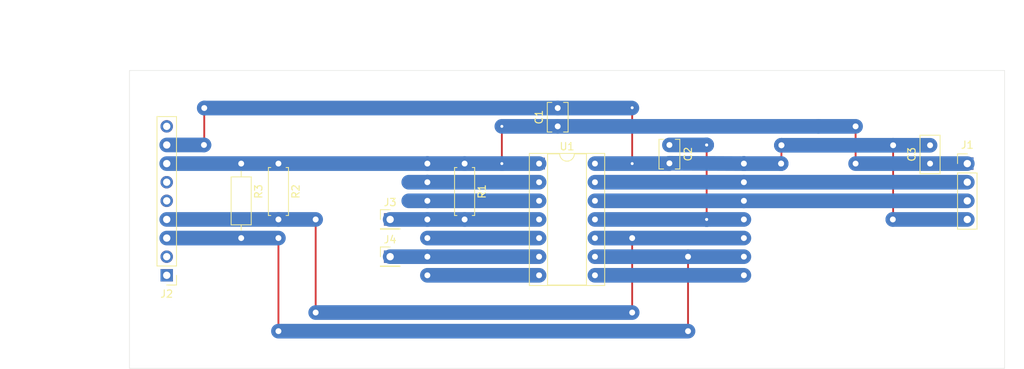
<source format=kicad_pcb>
(kicad_pcb (version 20171130) (host pcbnew 5.1.5+dfsg1-2build2)

  (general
    (thickness 1.6)
    (drawings 60)
    (tracks 125)
    (zones 0)
    (modules 11)
    (nets 10)
  )

  (page A4)
  (title_block
    (title "Atari 2600 Memory Card (SaveKey compatible) USB Interface")
    (date 2022-11-22)
    (rev 1.1.0)
    (company JiggleSoft)
    (comment 1 "Copyright (C) 2022 Justin Lane")
    (comment 3 "DIY / Development Stripboard PCB")
  )

  (layers
    (0 F.Cu signal)
    (31 B.Cu signal)
    (32 B.Adhes user)
    (33 F.Adhes user)
    (34 B.Paste user)
    (35 F.Paste user)
    (36 B.SilkS user)
    (37 F.SilkS user)
    (38 B.Mask user)
    (39 F.Mask user)
    (40 Dwgs.User user)
    (41 Cmts.User user)
    (42 Eco1.User user)
    (43 Eco2.User user)
    (44 Edge.Cuts user)
    (45 Margin user)
    (46 B.CrtYd user)
    (47 F.CrtYd user)
    (48 B.Fab user hide)
    (49 F.Fab user hide)
  )

  (setup
    (last_trace_width 0.25)
    (user_trace_width 2)
    (trace_clearance 0.2)
    (zone_clearance 0.508)
    (zone_45_only yes)
    (trace_min 0.2)
    (via_size 0.8)
    (via_drill 0.4)
    (via_min_size 0.4)
    (via_min_drill 0.3)
    (user_via 0.8001 0.8)
    (uvia_size 0.3)
    (uvia_drill 0.1)
    (uvias_allowed no)
    (uvia_min_size 0.2)
    (uvia_min_drill 0.1)
    (edge_width 0.05)
    (segment_width 0.2)
    (pcb_text_width 0.3)
    (pcb_text_size 1.5 1.5)
    (mod_edge_width 0.12)
    (mod_text_size 1 1)
    (mod_text_width 0.15)
    (pad_size 1.524 1.524)
    (pad_drill 0.762)
    (pad_to_mask_clearance 0.051)
    (solder_mask_min_width 0.25)
    (aux_axis_origin 0 0)
    (visible_elements FFFFFF7F)
    (pcbplotparams
      (layerselection 0x313ff_ffffffff)
      (usegerberextensions false)
      (usegerberattributes false)
      (usegerberadvancedattributes false)
      (creategerberjobfile false)
      (excludeedgelayer true)
      (linewidth 0.100000)
      (plotframeref true)
      (viasonmask false)
      (mode 1)
      (useauxorigin false)
      (hpglpennumber 1)
      (hpglpenspeed 20)
      (hpglpendiameter 15.000000)
      (psnegative false)
      (psa4output false)
      (plotreference true)
      (plotvalue true)
      (plotinvisibletext false)
      (padsonsilk false)
      (subtractmaskfromsilk false)
      (outputformat 4)
      (mirror false)
      (drillshape 0)
      (scaleselection 1)
      (outputdirectory "./"))
  )

  (net 0 "")
  (net 1 "Net-(C2-Pad1)")
  (net 2 /MCU_VDD)
  (net 3 GNDPWR)
  (net 4 /USB_D+)
  (net 5 /USB_D-)
  (net 6 /MEM_SDA)
  (net 7 /MEM_SCL)
  (net 8 "Net-(J3-Pad1)")
  (net 9 "Net-(J4-Pad1)")

  (net_class Default "This is the default net class."
    (clearance 0.2)
    (trace_width 0.25)
    (via_dia 0.8)
    (via_drill 0.4)
    (uvia_dia 0.3)
    (uvia_drill 0.1)
    (add_net /MCU_VDD)
    (add_net /MEM_SCL)
    (add_net /MEM_SDA)
    (add_net /USB_D+)
    (add_net /USB_D-)
    (add_net GNDPWR)
    (add_net "Net-(C2-Pad1)")
    (add_net "Net-(J3-Pad1)")
    (add_net "Net-(J4-Pad1)")
  )

  (module Connector_PinHeader_2.54mm:PinHeader_1x09_P2.54mm_Vertical (layer F.Cu) (tedit 59FED5CC) (tstamp 637D3324)
    (at 50.8 -340.36 180)
    (descr "Through hole straight pin header, 1x09, 2.54mm pitch, single row")
    (tags "Through hole pin header THT 1x09 2.54mm single row")
    (path /63701C57)
    (fp_text reference J2 (at 0 -2.54) (layer F.SilkS)
      (effects (font (size 1 1) (thickness 0.15)))
    )
    (fp_text value DB9_Male (at 0 16.69) (layer F.Fab)
      (effects (font (size 1 1) (thickness 0.15)))
    )
    (fp_text user %R (at 0 3.39) (layer F.Fab)
      (effects (font (size 1 1) (thickness 0.15)))
    )
    (fp_line (start 1.8 -1.8) (end -1.8 -1.8) (layer F.CrtYd) (width 0.05))
    (fp_line (start 1.8 22.1) (end 1.8 -1.8) (layer F.CrtYd) (width 0.05))
    (fp_line (start -1.8 22.1) (end 1.8 22.1) (layer F.CrtYd) (width 0.05))
    (fp_line (start -1.8 -1.8) (end -1.8 22.1) (layer F.CrtYd) (width 0.05))
    (fp_line (start -1.33 -1.33) (end 0 -1.33) (layer F.SilkS) (width 0.12))
    (fp_line (start -1.33 0) (end -1.33 -1.33) (layer F.SilkS) (width 0.12))
    (fp_line (start -1.33 1.27) (end 1.33 1.27) (layer F.SilkS) (width 0.12))
    (fp_line (start 1.33 1.27) (end 1.33 21.65) (layer F.SilkS) (width 0.12))
    (fp_line (start -1.33 1.27) (end -1.33 21.65) (layer F.SilkS) (width 0.12))
    (fp_line (start -1.33 21.65) (end 1.33 21.65) (layer F.SilkS) (width 0.12))
    (fp_line (start -1.27 -0.635) (end -0.635 -1.27) (layer F.Fab) (width 0.1))
    (fp_line (start -1.27 21.59) (end -1.27 -0.635) (layer F.Fab) (width 0.1))
    (fp_line (start 1.27 21.59) (end -1.27 21.59) (layer F.Fab) (width 0.1))
    (fp_line (start 1.27 -1.27) (end 1.27 21.59) (layer F.Fab) (width 0.1))
    (fp_line (start -0.635 -1.27) (end 1.27 -1.27) (layer F.Fab) (width 0.1))
    (fp_text user "PCB edge" (at -10.425 1.323333) (layer Dwgs.User)
      (effects (font (size 0.5 0.5) (thickness 0.075)))
    )
    (pad 9 thru_hole oval (at 0 20.32 180) (size 1.7 1.7) (drill 1) (layers *.Cu *.Mask))
    (pad 8 thru_hole oval (at 0 17.78 180) (size 1.7 1.7) (drill 1) (layers *.Cu *.Mask)
      (net 3 GNDPWR))
    (pad 7 thru_hole oval (at 0 15.24 180) (size 1.7 1.7) (drill 1) (layers *.Cu *.Mask)
      (net 2 /MCU_VDD))
    (pad 6 thru_hole oval (at 0 12.7 180) (size 1.7 1.7) (drill 1) (layers *.Cu *.Mask))
    (pad 5 thru_hole oval (at 0 10.16 180) (size 1.7 1.7) (drill 1) (layers *.Cu *.Mask))
    (pad 4 thru_hole oval (at 0 7.62 180) (size 1.7 1.7) (drill 1) (layers *.Cu *.Mask)
      (net 7 /MEM_SCL))
    (pad 3 thru_hole oval (at 0 5.08 180) (size 1.7 1.7) (drill 1) (layers *.Cu *.Mask)
      (net 6 /MEM_SDA))
    (pad 2 thru_hole oval (at 0 2.54 180) (size 1.7 1.7) (drill 1) (layers *.Cu *.Mask))
    (pad 1 thru_hole rect (at 0 0 180) (size 1.7 1.7) (drill 1) (layers *.Cu *.Mask))
    (model ${KISYS3DMOD}/Connector_PinHeader_2.54mm.3dshapes/PinHeader_1x09_P2.54mm_Vertical.wrl
      (at (xyz 0 0 0))
      (scale (xyz 1 1 1))
      (rotate (xyz 0 0 0))
    )
  )

  (module Resistor_THT:R_Axial_DIN0207_L6.3mm_D2.5mm_P10.16mm_Horizontal (layer F.Cu) (tedit 5AE5139B) (tstamp 637D786A)
    (at 60.96 -355.6 270)
    (descr "Resistor, Axial_DIN0207 series, Axial, Horizontal, pin pitch=10.16mm, 0.25W = 1/4W, length*diameter=6.3*2.5mm^2, http://cdn-reichelt.de/documents/datenblatt/B400/1_4W%23YAG.pdf")
    (tags "Resistor Axial_DIN0207 series Axial Horizontal pin pitch 10.16mm 0.25W = 1/4W length 6.3mm diameter 2.5mm")
    (path /63781F6E)
    (fp_text reference R3 (at 3.81 -2.37 90) (layer F.SilkS)
      (effects (font (size 1 1) (thickness 0.15)))
    )
    (fp_text value 10K (at 3.81 2.37 90) (layer F.Fab)
      (effects (font (size 1 1) (thickness 0.15)))
    )
    (fp_text user %R (at 3.81 0 90) (layer F.Fab)
      (effects (font (size 1 1) (thickness 0.15)))
    )
    (fp_line (start 11.21 -1.5) (end -1.05 -1.5) (layer F.CrtYd) (width 0.05))
    (fp_line (start 11.21 1.5) (end 11.21 -1.5) (layer F.CrtYd) (width 0.05))
    (fp_line (start -1.05 1.5) (end 11.21 1.5) (layer F.CrtYd) (width 0.05))
    (fp_line (start -1.05 -1.5) (end -1.05 1.5) (layer F.CrtYd) (width 0.05))
    (fp_line (start 9.12 0) (end 8.35 0) (layer F.SilkS) (width 0.12))
    (fp_line (start 1.04 0) (end 1.81 0) (layer F.SilkS) (width 0.12))
    (fp_line (start 8.35 -1.37) (end 1.81 -1.37) (layer F.SilkS) (width 0.12))
    (fp_line (start 8.35 1.37) (end 8.35 -1.37) (layer F.SilkS) (width 0.12))
    (fp_line (start 1.81 1.37) (end 8.35 1.37) (layer F.SilkS) (width 0.12))
    (fp_line (start 1.81 -1.37) (end 1.81 1.37) (layer F.SilkS) (width 0.12))
    (fp_line (start 10.16 0) (end 8.23 0) (layer F.Fab) (width 0.1))
    (fp_line (start 0 0) (end 1.93 0) (layer F.Fab) (width 0.1))
    (fp_line (start 8.23 -1.25) (end 1.93 -1.25) (layer F.Fab) (width 0.1))
    (fp_line (start 8.23 1.25) (end 8.23 -1.25) (layer F.Fab) (width 0.1))
    (fp_line (start 1.93 1.25) (end 8.23 1.25) (layer F.Fab) (width 0.1))
    (fp_line (start 1.93 -1.25) (end 1.93 1.25) (layer F.Fab) (width 0.1))
    (pad 2 thru_hole oval (at 10.16 0 270) (size 1.6 1.6) (drill 0.8) (layers *.Cu *.Mask)
      (net 6 /MEM_SDA))
    (pad 1 thru_hole circle (at 0 0 270) (size 1.6 1.6) (drill 0.8) (layers *.Cu *.Mask)
      (net 2 /MCU_VDD))
    (model ${KISYS3DMOD}/Resistor_THT.3dshapes/R_Axial_DIN0207_L6.3mm_D2.5mm_P10.16mm_Horizontal.wrl
      (at (xyz 0 0 0))
      (scale (xyz 1 1 1))
      (rotate (xyz 0 0 0))
    )
  )

  (module Resistor_THT:R_Axial_DIN0207_L6.3mm_D2.5mm_P7.62mm_Horizontal (layer F.Cu) (tedit 5AE5139B) (tstamp 637D7739)
    (at 66.04 -355.6 270)
    (descr "Resistor, Axial_DIN0207 series, Axial, Horizontal, pin pitch=7.62mm, 0.25W = 1/4W, length*diameter=6.3*2.5mm^2, http://cdn-reichelt.de/documents/datenblatt/B400/1_4W%23YAG.pdf")
    (tags "Resistor Axial_DIN0207 series Axial Horizontal pin pitch 7.62mm 0.25W = 1/4W length 6.3mm diameter 2.5mm")
    (path /63780190)
    (fp_text reference R2 (at 3.81 -2.37 90) (layer F.SilkS)
      (effects (font (size 1 1) (thickness 0.15)))
    )
    (fp_text value 10K (at 3.81 2.37 90) (layer F.Fab)
      (effects (font (size 1 1) (thickness 0.15)))
    )
    (fp_text user %R (at 3.81 0 90) (layer F.Fab)
      (effects (font (size 1 1) (thickness 0.15)))
    )
    (fp_line (start 8.67 -1.5) (end -1.05 -1.5) (layer F.CrtYd) (width 0.05))
    (fp_line (start 8.67 1.5) (end 8.67 -1.5) (layer F.CrtYd) (width 0.05))
    (fp_line (start -1.05 1.5) (end 8.67 1.5) (layer F.CrtYd) (width 0.05))
    (fp_line (start -1.05 -1.5) (end -1.05 1.5) (layer F.CrtYd) (width 0.05))
    (fp_line (start 7.08 1.37) (end 7.08 1.04) (layer F.SilkS) (width 0.12))
    (fp_line (start 0.54 1.37) (end 7.08 1.37) (layer F.SilkS) (width 0.12))
    (fp_line (start 0.54 1.04) (end 0.54 1.37) (layer F.SilkS) (width 0.12))
    (fp_line (start 7.08 -1.37) (end 7.08 -1.04) (layer F.SilkS) (width 0.12))
    (fp_line (start 0.54 -1.37) (end 7.08 -1.37) (layer F.SilkS) (width 0.12))
    (fp_line (start 0.54 -1.04) (end 0.54 -1.37) (layer F.SilkS) (width 0.12))
    (fp_line (start 7.62 0) (end 6.96 0) (layer F.Fab) (width 0.1))
    (fp_line (start 0 0) (end 0.66 0) (layer F.Fab) (width 0.1))
    (fp_line (start 6.96 -1.25) (end 0.66 -1.25) (layer F.Fab) (width 0.1))
    (fp_line (start 6.96 1.25) (end 6.96 -1.25) (layer F.Fab) (width 0.1))
    (fp_line (start 0.66 1.25) (end 6.96 1.25) (layer F.Fab) (width 0.1))
    (fp_line (start 0.66 -1.25) (end 0.66 1.25) (layer F.Fab) (width 0.1))
    (pad 2 thru_hole oval (at 7.62 0 270) (size 1.6 1.6) (drill 0.8) (layers *.Cu *.Mask)
      (net 7 /MEM_SCL))
    (pad 1 thru_hole circle (at 0 0 270) (size 1.6 1.6) (drill 0.8) (layers *.Cu *.Mask)
      (net 2 /MCU_VDD))
    (model ${KISYS3DMOD}/Resistor_THT.3dshapes/R_Axial_DIN0207_L6.3mm_D2.5mm_P7.62mm_Horizontal.wrl
      (at (xyz 0 0 0))
      (scale (xyz 1 1 1))
      (rotate (xyz 0 0 0))
    )
  )

  (module Connector_PinHeader_2.54mm:PinHeader_1x04_P2.54mm_Vertical (layer F.Cu) (tedit 59FED5CC) (tstamp 637D081D)
    (at 160.02 -355.6)
    (descr "Through hole straight pin header, 1x04, 2.54mm pitch, single row")
    (tags "Through hole pin header THT 1x04 2.54mm single row")
    (path /636FFEAA)
    (fp_text reference J1 (at 0 -2.54) (layer F.SilkS)
      (effects (font (size 1 1) (thickness 0.15)))
    )
    (fp_text value USB_B (at 6.76 10.27) (layer F.Fab)
      (effects (font (size 1 1) (thickness 0.15)))
    )
    (fp_text user %R (at 6.76 1.25) (layer F.Fab)
      (effects (font (size 1 1) (thickness 0.15)))
    )
    (fp_line (start 1.8 -1.8) (end -1.8 -1.8) (layer F.CrtYd) (width 0.05))
    (fp_line (start 1.8 9.4) (end 1.8 -1.8) (layer F.CrtYd) (width 0.05))
    (fp_line (start -1.8 9.4) (end 1.8 9.4) (layer F.CrtYd) (width 0.05))
    (fp_line (start -1.8 -1.8) (end -1.8 9.4) (layer F.CrtYd) (width 0.05))
    (fp_line (start -1.33 -1.33) (end 0 -1.33) (layer F.SilkS) (width 0.12))
    (fp_line (start -1.33 0) (end -1.33 -1.33) (layer F.SilkS) (width 0.12))
    (fp_line (start -1.33 1.27) (end 1.33 1.27) (layer F.SilkS) (width 0.12))
    (fp_line (start 1.33 1.27) (end 1.33 8.95) (layer F.SilkS) (width 0.12))
    (fp_line (start -1.33 1.27) (end -1.33 8.95) (layer F.SilkS) (width 0.12))
    (fp_line (start -1.33 8.95) (end 1.33 8.95) (layer F.SilkS) (width 0.12))
    (fp_line (start -1.27 -0.635) (end -0.635 -1.27) (layer F.Fab) (width 0.1))
    (fp_line (start -1.27 8.89) (end -1.27 -0.635) (layer F.Fab) (width 0.1))
    (fp_line (start 1.27 8.89) (end -1.27 8.89) (layer F.Fab) (width 0.1))
    (fp_line (start 1.27 -1.27) (end 1.27 8.89) (layer F.Fab) (width 0.1))
    (fp_line (start -0.635 -1.27) (end 1.27 -1.27) (layer F.Fab) (width 0.1))
    (pad 4 thru_hole oval (at 0 7.62) (size 1.7 1.7) (drill 1) (layers *.Cu *.Mask)
      (net 3 GNDPWR))
    (pad 3 thru_hole oval (at 0 5.08) (size 1.7 1.7) (drill 1) (layers *.Cu *.Mask)
      (net 5 /USB_D-))
    (pad 2 thru_hole oval (at 0 2.54) (size 1.7 1.7) (drill 1) (layers *.Cu *.Mask)
      (net 4 /USB_D+))
    (pad 1 thru_hole rect (at 0 0) (size 1.7 1.7) (drill 1) (layers *.Cu *.Mask)
      (net 2 /MCU_VDD))
    (model ${KISYS3DMOD}/Connector_PinHeader_2.54mm.3dshapes/PinHeader_1x04_P2.54mm_Vertical.wrl
      (at (xyz 0 0 0))
      (scale (xyz 1 1 1))
      (rotate (xyz 0 0 0))
    )
  )

  (module Capacitor_THT:C_Disc_D3.8mm_W2.6mm_P2.50mm (layer F.Cu) (tedit 5AE50EF0) (tstamp 637D0956)
    (at 104.14 -360.68 90)
    (descr "C, Disc series, Radial, pin pitch=2.50mm, , diameter*width=3.8*2.6mm^2, Capacitor, http://www.vishay.com/docs/45233/krseries.pdf")
    (tags "C Disc series Radial pin pitch 2.50mm  diameter 3.8mm width 2.6mm Capacitor")
    (path /636D520A)
    (fp_text reference C1 (at 1.25 -2.55 90) (layer F.SilkS)
      (effects (font (size 1 1) (thickness 0.15)))
    )
    (fp_text value 100nF (at 1.25 2.55 90) (layer F.Fab)
      (effects (font (size 1 1) (thickness 0.15)))
    )
    (fp_line (start -0.65 -1.3) (end -0.65 1.3) (layer F.Fab) (width 0.1))
    (fp_line (start -0.65 1.3) (end 3.15 1.3) (layer F.Fab) (width 0.1))
    (fp_line (start 3.15 1.3) (end 3.15 -1.3) (layer F.Fab) (width 0.1))
    (fp_line (start 3.15 -1.3) (end -0.65 -1.3) (layer F.Fab) (width 0.1))
    (fp_line (start -0.77 -1.42) (end 3.27 -1.42) (layer F.SilkS) (width 0.12))
    (fp_line (start -0.77 1.42) (end 3.27 1.42) (layer F.SilkS) (width 0.12))
    (fp_line (start -0.77 -1.42) (end -0.77 -0.795) (layer F.SilkS) (width 0.12))
    (fp_line (start -0.77 0.795) (end -0.77 1.42) (layer F.SilkS) (width 0.12))
    (fp_line (start 3.27 -1.42) (end 3.27 -0.795) (layer F.SilkS) (width 0.12))
    (fp_line (start 3.27 0.795) (end 3.27 1.42) (layer F.SilkS) (width 0.12))
    (fp_line (start -1.05 -1.55) (end -1.05 1.55) (layer F.CrtYd) (width 0.05))
    (fp_line (start -1.05 1.55) (end 3.55 1.55) (layer F.CrtYd) (width 0.05))
    (fp_line (start 3.55 1.55) (end 3.55 -1.55) (layer F.CrtYd) (width 0.05))
    (fp_line (start 3.55 -1.55) (end -1.05 -1.55) (layer F.CrtYd) (width 0.05))
    (fp_text user %R (at 1.25 0 90) (layer F.Fab)
      (effects (font (size 0.76 0.76) (thickness 0.114)))
    )
    (pad 1 thru_hole circle (at 0 0 90) (size 1.6 1.6) (drill 0.8) (layers *.Cu *.Mask)
      (net 2 /MCU_VDD))
    (pad 2 thru_hole circle (at 2.5 0 90) (size 1.6 1.6) (drill 0.8) (layers *.Cu *.Mask)
      (net 3 GNDPWR))
    (model ${KISYS3DMOD}/Capacitor_THT.3dshapes/C_Disc_D3.8mm_W2.6mm_P2.50mm.wrl
      (at (xyz 0 0 0))
      (scale (xyz 1 1 1))
      (rotate (xyz 0 0 0))
    )
  )

  (module Capacitor_THT:C_Disc_D3.8mm_W2.6mm_P2.50mm (layer F.Cu) (tedit 5AE50EF0) (tstamp 637D0636)
    (at 119.38 -358.14 270)
    (descr "C, Disc series, Radial, pin pitch=2.50mm, , diameter*width=3.8*2.6mm^2, Capacitor, http://www.vishay.com/docs/45233/krseries.pdf")
    (tags "C Disc series Radial pin pitch 2.50mm  diameter 3.8mm width 2.6mm Capacitor")
    (path /636F5C6B)
    (fp_text reference C2 (at 1.25 -2.55 90) (layer F.SilkS)
      (effects (font (size 1 1) (thickness 0.15)))
    )
    (fp_text value 470nF (at 1.25 2.55 90) (layer F.Fab)
      (effects (font (size 1 1) (thickness 0.15)))
    )
    (fp_text user %R (at 1.25 0 90) (layer F.Fab)
      (effects (font (size 0.76 0.76) (thickness 0.114)))
    )
    (fp_line (start 3.55 -1.55) (end -1.05 -1.55) (layer F.CrtYd) (width 0.05))
    (fp_line (start 3.55 1.55) (end 3.55 -1.55) (layer F.CrtYd) (width 0.05))
    (fp_line (start -1.05 1.55) (end 3.55 1.55) (layer F.CrtYd) (width 0.05))
    (fp_line (start -1.05 -1.55) (end -1.05 1.55) (layer F.CrtYd) (width 0.05))
    (fp_line (start 3.27 0.795) (end 3.27 1.42) (layer F.SilkS) (width 0.12))
    (fp_line (start 3.27 -1.42) (end 3.27 -0.795) (layer F.SilkS) (width 0.12))
    (fp_line (start -0.77 0.795) (end -0.77 1.42) (layer F.SilkS) (width 0.12))
    (fp_line (start -0.77 -1.42) (end -0.77 -0.795) (layer F.SilkS) (width 0.12))
    (fp_line (start -0.77 1.42) (end 3.27 1.42) (layer F.SilkS) (width 0.12))
    (fp_line (start -0.77 -1.42) (end 3.27 -1.42) (layer F.SilkS) (width 0.12))
    (fp_line (start 3.15 -1.3) (end -0.65 -1.3) (layer F.Fab) (width 0.1))
    (fp_line (start 3.15 1.3) (end 3.15 -1.3) (layer F.Fab) (width 0.1))
    (fp_line (start -0.65 1.3) (end 3.15 1.3) (layer F.Fab) (width 0.1))
    (fp_line (start -0.65 -1.3) (end -0.65 1.3) (layer F.Fab) (width 0.1))
    (pad 2 thru_hole circle (at 2.5 0 270) (size 1.6 1.6) (drill 0.8) (layers *.Cu *.Mask)
      (net 3 GNDPWR))
    (pad 1 thru_hole circle (at 0 0 270) (size 1.6 1.6) (drill 0.8) (layers *.Cu *.Mask)
      (net 1 "Net-(C2-Pad1)"))
    (model ${KISYS3DMOD}/Capacitor_THT.3dshapes/C_Disc_D3.8mm_W2.6mm_P2.50mm.wrl
      (at (xyz 0 0 0))
      (scale (xyz 1 1 1))
      (rotate (xyz 0 0 0))
    )
  )

  (module Capacitor_THT:C_Disc_D5.0mm_W2.5mm_P2.50mm (layer F.Cu) (tedit 5AE50EF0) (tstamp 637D08E2)
    (at 154.94 -355.6 90)
    (descr "C, Disc series, Radial, pin pitch=2.50mm, , diameter*width=5*2.5mm^2, Capacitor, http://cdn-reichelt.de/documents/datenblatt/B300/DS_KERKO_TC.pdf")
    (tags "C Disc series Radial pin pitch 2.50mm  diameter 5mm width 2.5mm Capacitor")
    (path /636EB278)
    (fp_text reference C3 (at 1.25 -2.5 90) (layer F.SilkS)
      (effects (font (size 1 1) (thickness 0.15)))
    )
    (fp_text value 1uF (at 1.25 2.5 90) (layer F.Fab)
      (effects (font (size 1 1) (thickness 0.15)))
    )
    (fp_line (start -1.25 -1.25) (end -1.25 1.25) (layer F.Fab) (width 0.1))
    (fp_line (start -1.25 1.25) (end 3.75 1.25) (layer F.Fab) (width 0.1))
    (fp_line (start 3.75 1.25) (end 3.75 -1.25) (layer F.Fab) (width 0.1))
    (fp_line (start 3.75 -1.25) (end -1.25 -1.25) (layer F.Fab) (width 0.1))
    (fp_line (start -1.37 -1.37) (end 3.87 -1.37) (layer F.SilkS) (width 0.12))
    (fp_line (start -1.37 1.37) (end 3.87 1.37) (layer F.SilkS) (width 0.12))
    (fp_line (start -1.37 -1.37) (end -1.37 1.37) (layer F.SilkS) (width 0.12))
    (fp_line (start 3.87 -1.37) (end 3.87 1.37) (layer F.SilkS) (width 0.12))
    (fp_line (start -1.5 -1.5) (end -1.5 1.5) (layer F.CrtYd) (width 0.05))
    (fp_line (start -1.5 1.5) (end 4 1.5) (layer F.CrtYd) (width 0.05))
    (fp_line (start 4 1.5) (end 4 -1.5) (layer F.CrtYd) (width 0.05))
    (fp_line (start 4 -1.5) (end -1.5 -1.5) (layer F.CrtYd) (width 0.05))
    (fp_text user %R (at 1.25 0 90) (layer F.Fab)
      (effects (font (size 1 1) (thickness 0.15)))
    )
    (pad 1 thru_hole circle (at 0 0 90) (size 1.6 1.6) (drill 0.8) (layers *.Cu *.Mask)
      (net 2 /MCU_VDD))
    (pad 2 thru_hole circle (at 2.5 0 90) (size 1.6 1.6) (drill 0.8) (layers *.Cu *.Mask)
      (net 3 GNDPWR))
    (model ${KISYS3DMOD}/Capacitor_THT.3dshapes/C_Disc_D5.0mm_W2.5mm_P2.50mm.wrl
      (at (xyz 0 0 0))
      (scale (xyz 1 1 1))
      (rotate (xyz 0 0 0))
    )
  )

  (module Connector_PinHeader_2.54mm:PinHeader_1x01_P2.54mm_Vertical (layer F.Cu) (tedit 59FED5CC) (tstamp 637D0683)
    (at 81.28 -347.98)
    (descr "Through hole straight pin header, 1x01, 2.54mm pitch, single row")
    (tags "Through hole pin header THT 1x01 2.54mm single row")
    (path /63724E85)
    (fp_text reference J3 (at 0 -2.33) (layer F.SilkS)
      (effects (font (size 1 1) (thickness 0.15)))
    )
    (fp_text value CONN_MCU_VPP (at 0 2.33) (layer F.Fab)
      (effects (font (size 1 1) (thickness 0.15)))
    )
    (fp_line (start -0.635 -1.27) (end 1.27 -1.27) (layer F.Fab) (width 0.1))
    (fp_line (start 1.27 -1.27) (end 1.27 1.27) (layer F.Fab) (width 0.1))
    (fp_line (start 1.27 1.27) (end -1.27 1.27) (layer F.Fab) (width 0.1))
    (fp_line (start -1.27 1.27) (end -1.27 -0.635) (layer F.Fab) (width 0.1))
    (fp_line (start -1.27 -0.635) (end -0.635 -1.27) (layer F.Fab) (width 0.1))
    (fp_line (start -1.33 1.33) (end 1.33 1.33) (layer F.SilkS) (width 0.12))
    (fp_line (start -1.33 1.27) (end -1.33 1.33) (layer F.SilkS) (width 0.12))
    (fp_line (start 1.33 1.27) (end 1.33 1.33) (layer F.SilkS) (width 0.12))
    (fp_line (start -1.33 1.27) (end 1.33 1.27) (layer F.SilkS) (width 0.12))
    (fp_line (start -1.33 0) (end -1.33 -1.33) (layer F.SilkS) (width 0.12))
    (fp_line (start -1.33 -1.33) (end 0 -1.33) (layer F.SilkS) (width 0.12))
    (fp_line (start -1.8 -1.8) (end -1.8 1.8) (layer F.CrtYd) (width 0.05))
    (fp_line (start -1.8 1.8) (end 1.8 1.8) (layer F.CrtYd) (width 0.05))
    (fp_line (start 1.8 1.8) (end 1.8 -1.8) (layer F.CrtYd) (width 0.05))
    (fp_line (start 1.8 -1.8) (end -1.8 -1.8) (layer F.CrtYd) (width 0.05))
    (fp_text user %R (at 0 0 90) (layer F.Fab)
      (effects (font (size 1 1) (thickness 0.15)))
    )
    (pad 1 thru_hole rect (at 0 0) (size 1.7 1.7) (drill 1) (layers *.Cu *.Mask)
      (net 8 "Net-(J3-Pad1)"))
    (model ${KISYS3DMOD}/Connector_PinHeader_2.54mm.3dshapes/PinHeader_1x01_P2.54mm_Vertical.wrl
      (at (xyz 0 0 0))
      (scale (xyz 1 1 1))
      (rotate (xyz 0 0 0))
    )
  )

  (module Connector_PinHeader_2.54mm:PinHeader_1x01_P2.54mm_Vertical (layer F.Cu) (tedit 59FED5CC) (tstamp 637D0647)
    (at 81.28 -342.9)
    (descr "Through hole straight pin header, 1x01, 2.54mm pitch, single row")
    (tags "Through hole pin header THT 1x01 2.54mm single row")
    (path /63728760)
    (fp_text reference J4 (at 0 -2.33) (layer F.SilkS)
      (effects (font (size 1 1) (thickness 0.15)))
    )
    (fp_text value CONN_MCU_LOG (at 0 2.33) (layer F.Fab)
      (effects (font (size 1 1) (thickness 0.15)))
    )
    (fp_text user %R (at 0 0 90) (layer F.Fab)
      (effects (font (size 1 1) (thickness 0.15)))
    )
    (fp_line (start 1.8 -1.8) (end -1.8 -1.8) (layer F.CrtYd) (width 0.05))
    (fp_line (start 1.8 1.8) (end 1.8 -1.8) (layer F.CrtYd) (width 0.05))
    (fp_line (start -1.8 1.8) (end 1.8 1.8) (layer F.CrtYd) (width 0.05))
    (fp_line (start -1.8 -1.8) (end -1.8 1.8) (layer F.CrtYd) (width 0.05))
    (fp_line (start -1.33 -1.33) (end 0 -1.33) (layer F.SilkS) (width 0.12))
    (fp_line (start -1.33 0) (end -1.33 -1.33) (layer F.SilkS) (width 0.12))
    (fp_line (start -1.33 1.27) (end 1.33 1.27) (layer F.SilkS) (width 0.12))
    (fp_line (start 1.33 1.27) (end 1.33 1.33) (layer F.SilkS) (width 0.12))
    (fp_line (start -1.33 1.27) (end -1.33 1.33) (layer F.SilkS) (width 0.12))
    (fp_line (start -1.33 1.33) (end 1.33 1.33) (layer F.SilkS) (width 0.12))
    (fp_line (start -1.27 -0.635) (end -0.635 -1.27) (layer F.Fab) (width 0.1))
    (fp_line (start -1.27 1.27) (end -1.27 -0.635) (layer F.Fab) (width 0.1))
    (fp_line (start 1.27 1.27) (end -1.27 1.27) (layer F.Fab) (width 0.1))
    (fp_line (start 1.27 -1.27) (end 1.27 1.27) (layer F.Fab) (width 0.1))
    (fp_line (start -0.635 -1.27) (end 1.27 -1.27) (layer F.Fab) (width 0.1))
    (pad 1 thru_hole rect (at 0 0) (size 1.7 1.7) (drill 1) (layers *.Cu *.Mask)
      (net 9 "Net-(J4-Pad1)"))
    (model ${KISYS3DMOD}/Connector_PinHeader_2.54mm.3dshapes/PinHeader_1x01_P2.54mm_Vertical.wrl
      (at (xyz 0 0 0))
      (scale (xyz 1 1 1))
      (rotate (xyz 0 0 0))
    )
  )

  (module Resistor_THT:R_Axial_DIN0207_L6.3mm_D2.5mm_P7.62mm_Horizontal (layer F.Cu) (tedit 5AE5139B) (tstamp 637D06C1)
    (at 91.44 -355.6 270)
    (descr "Resistor, Axial_DIN0207 series, Axial, Horizontal, pin pitch=7.62mm, 0.25W = 1/4W, length*diameter=6.3*2.5mm^2, http://cdn-reichelt.de/documents/datenblatt/B400/1_4W%23YAG.pdf")
    (tags "Resistor Axial_DIN0207 series Axial Horizontal pin pitch 7.62mm 0.25W = 1/4W length 6.3mm diameter 2.5mm")
    (path /636D5667)
    (fp_text reference R1 (at 3.81 -2.37 90) (layer F.SilkS)
      (effects (font (size 1 1) (thickness 0.15)))
    )
    (fp_text value 10K (at 3.81 2.37 90) (layer F.Fab)
      (effects (font (size 1 1) (thickness 0.15)))
    )
    (fp_line (start 0.66 -1.25) (end 0.66 1.25) (layer F.Fab) (width 0.1))
    (fp_line (start 0.66 1.25) (end 6.96 1.25) (layer F.Fab) (width 0.1))
    (fp_line (start 6.96 1.25) (end 6.96 -1.25) (layer F.Fab) (width 0.1))
    (fp_line (start 6.96 -1.25) (end 0.66 -1.25) (layer F.Fab) (width 0.1))
    (fp_line (start 0 0) (end 0.66 0) (layer F.Fab) (width 0.1))
    (fp_line (start 7.62 0) (end 6.96 0) (layer F.Fab) (width 0.1))
    (fp_line (start 0.54 -1.04) (end 0.54 -1.37) (layer F.SilkS) (width 0.12))
    (fp_line (start 0.54 -1.37) (end 7.08 -1.37) (layer F.SilkS) (width 0.12))
    (fp_line (start 7.08 -1.37) (end 7.08 -1.04) (layer F.SilkS) (width 0.12))
    (fp_line (start 0.54 1.04) (end 0.54 1.37) (layer F.SilkS) (width 0.12))
    (fp_line (start 0.54 1.37) (end 7.08 1.37) (layer F.SilkS) (width 0.12))
    (fp_line (start 7.08 1.37) (end 7.08 1.04) (layer F.SilkS) (width 0.12))
    (fp_line (start -1.05 -1.5) (end -1.05 1.5) (layer F.CrtYd) (width 0.05))
    (fp_line (start -1.05 1.5) (end 8.67 1.5) (layer F.CrtYd) (width 0.05))
    (fp_line (start 8.67 1.5) (end 8.67 -1.5) (layer F.CrtYd) (width 0.05))
    (fp_line (start 8.67 -1.5) (end -1.05 -1.5) (layer F.CrtYd) (width 0.05))
    (fp_text user %R (at 3.81 0 90) (layer F.Fab)
      (effects (font (size 1 1) (thickness 0.15)))
    )
    (pad 1 thru_hole circle (at 0 0 270) (size 1.6 1.6) (drill 0.8) (layers *.Cu *.Mask)
      (net 2 /MCU_VDD))
    (pad 2 thru_hole oval (at 7.62 0 270) (size 1.6 1.6) (drill 0.8) (layers *.Cu *.Mask)
      (net 8 "Net-(J3-Pad1)"))
    (model ${KISYS3DMOD}/Resistor_THT.3dshapes/R_Axial_DIN0207_L6.3mm_D2.5mm_P7.62mm_Horizontal.wrl
      (at (xyz 0 0 0))
      (scale (xyz 1 1 1))
      (rotate (xyz 0 0 0))
    )
  )

  (module Package_DIP:DIP-14_W7.62mm_Socket (layer F.Cu) (tedit 5A02E8C5) (tstamp 637D087E)
    (at 101.6 -355.6)
    (descr "14-lead though-hole mounted DIP package, row spacing 7.62 mm (300 mils), Socket")
    (tags "THT DIP DIL PDIP 2.54mm 7.62mm 300mil Socket")
    (path /636D4A85)
    (fp_text reference U1 (at 3.81 -2.33) (layer F.SilkS)
      (effects (font (size 1 1) (thickness 0.15)))
    )
    (fp_text value PIC16F1454-IP (at 3.81 17.57) (layer F.Fab)
      (effects (font (size 1 1) (thickness 0.15)))
    )
    (fp_arc (start 3.81 -1.33) (end 2.81 -1.33) (angle -180) (layer F.SilkS) (width 0.12))
    (fp_line (start 1.635 -1.27) (end 6.985 -1.27) (layer F.Fab) (width 0.1))
    (fp_line (start 6.985 -1.27) (end 6.985 16.51) (layer F.Fab) (width 0.1))
    (fp_line (start 6.985 16.51) (end 0.635 16.51) (layer F.Fab) (width 0.1))
    (fp_line (start 0.635 16.51) (end 0.635 -0.27) (layer F.Fab) (width 0.1))
    (fp_line (start 0.635 -0.27) (end 1.635 -1.27) (layer F.Fab) (width 0.1))
    (fp_line (start -1.27 -1.33) (end -1.27 16.57) (layer F.Fab) (width 0.1))
    (fp_line (start -1.27 16.57) (end 8.89 16.57) (layer F.Fab) (width 0.1))
    (fp_line (start 8.89 16.57) (end 8.89 -1.33) (layer F.Fab) (width 0.1))
    (fp_line (start 8.89 -1.33) (end -1.27 -1.33) (layer F.Fab) (width 0.1))
    (fp_line (start 2.81 -1.33) (end 1.16 -1.33) (layer F.SilkS) (width 0.12))
    (fp_line (start 1.16 -1.33) (end 1.16 16.57) (layer F.SilkS) (width 0.12))
    (fp_line (start 1.16 16.57) (end 6.46 16.57) (layer F.SilkS) (width 0.12))
    (fp_line (start 6.46 16.57) (end 6.46 -1.33) (layer F.SilkS) (width 0.12))
    (fp_line (start 6.46 -1.33) (end 4.81 -1.33) (layer F.SilkS) (width 0.12))
    (fp_line (start -1.33 -1.39) (end -1.33 16.63) (layer F.SilkS) (width 0.12))
    (fp_line (start -1.33 16.63) (end 8.95 16.63) (layer F.SilkS) (width 0.12))
    (fp_line (start 8.95 16.63) (end 8.95 -1.39) (layer F.SilkS) (width 0.12))
    (fp_line (start 8.95 -1.39) (end -1.33 -1.39) (layer F.SilkS) (width 0.12))
    (fp_line (start -1.55 -1.6) (end -1.55 16.85) (layer F.CrtYd) (width 0.05))
    (fp_line (start -1.55 16.85) (end 9.15 16.85) (layer F.CrtYd) (width 0.05))
    (fp_line (start 9.15 16.85) (end 9.15 -1.6) (layer F.CrtYd) (width 0.05))
    (fp_line (start 9.15 -1.6) (end -1.55 -1.6) (layer F.CrtYd) (width 0.05))
    (fp_text user %R (at 3.81 7.62) (layer F.Fab)
      (effects (font (size 1 1) (thickness 0.15)))
    )
    (pad 1 thru_hole rect (at 0 0) (size 1.6 1.6) (drill 0.8) (layers *.Cu *.Mask)
      (net 2 /MCU_VDD))
    (pad 8 thru_hole oval (at 7.62 15.24) (size 1.6 1.6) (drill 0.8) (layers *.Cu *.Mask))
    (pad 2 thru_hole oval (at 0 2.54) (size 1.6 1.6) (drill 0.8) (layers *.Cu *.Mask))
    (pad 9 thru_hole oval (at 7.62 12.7) (size 1.6 1.6) (drill 0.8) (layers *.Cu *.Mask)
      (net 6 /MEM_SDA))
    (pad 3 thru_hole oval (at 0 5.08) (size 1.6 1.6) (drill 0.8) (layers *.Cu *.Mask))
    (pad 10 thru_hole oval (at 7.62 10.16) (size 1.6 1.6) (drill 0.8) (layers *.Cu *.Mask)
      (net 7 /MEM_SCL))
    (pad 4 thru_hole oval (at 0 7.62) (size 1.6 1.6) (drill 0.8) (layers *.Cu *.Mask)
      (net 8 "Net-(J3-Pad1)"))
    (pad 11 thru_hole oval (at 7.62 7.62) (size 1.6 1.6) (drill 0.8) (layers *.Cu *.Mask)
      (net 1 "Net-(C2-Pad1)"))
    (pad 5 thru_hole oval (at 0 10.16) (size 1.6 1.6) (drill 0.8) (layers *.Cu *.Mask))
    (pad 12 thru_hole oval (at 7.62 5.08) (size 1.6 1.6) (drill 0.8) (layers *.Cu *.Mask)
      (net 5 /USB_D-))
    (pad 6 thru_hole oval (at 0 12.7) (size 1.6 1.6) (drill 0.8) (layers *.Cu *.Mask)
      (net 9 "Net-(J4-Pad1)"))
    (pad 13 thru_hole oval (at 7.62 2.54) (size 1.6 1.6) (drill 0.8) (layers *.Cu *.Mask)
      (net 4 /USB_D+))
    (pad 7 thru_hole oval (at 0 15.24) (size 1.6 1.6) (drill 0.8) (layers *.Cu *.Mask))
    (pad 14 thru_hole oval (at 7.62 0) (size 1.6 1.6) (drill 0.8) (layers *.Cu *.Mask)
      (net 3 GNDPWR))
    (model ${KISYS3DMOD}/Package_DIP.3dshapes/DIP-14_W7.62mm_Socket.wrl
      (at (xyz 0 0 0))
      (scale (xyz 1 1 1))
      (rotate (xyz 0 0 0))
    )
  )

  (dimension 119.38 (width 0.15) (layer Dwgs.User)
    (gr_text "119.380 mm" (at 105.41 -377.22) (layer Dwgs.User)
      (effects (font (size 1 1) (thickness 0.15)))
    )
    (feature1 (pts (xy 165.1 -373.38) (xy 165.1 -376.506421)))
    (feature2 (pts (xy 45.72 -373.38) (xy 45.72 -376.506421)))
    (crossbar (pts (xy 45.72 -375.92) (xy 165.1 -375.92)))
    (arrow1a (pts (xy 165.1 -375.92) (xy 163.973496 -375.333579)))
    (arrow1b (pts (xy 165.1 -375.92) (xy 163.973496 -376.506421)))
    (arrow2a (pts (xy 45.72 -375.92) (xy 46.846504 -375.333579)))
    (arrow2b (pts (xy 45.72 -375.92) (xy 46.846504 -376.506421)))
  )
  (dimension 40.64 (width 0.15) (layer Dwgs.User)
    (gr_text "40.640 mm" (at 31.720001 -347.98 270) (layer Dwgs.User)
      (effects (font (size 1 1) (thickness 0.15)))
    )
    (feature1 (pts (xy 38.1 -327.66) (xy 32.43358 -327.66)))
    (feature2 (pts (xy 38.1 -368.3) (xy 32.43358 -368.3)))
    (crossbar (pts (xy 33.020001 -368.3) (xy 33.020001 -327.66)))
    (arrow1a (pts (xy 33.020001 -327.66) (xy 32.43358 -328.786504)))
    (arrow1b (pts (xy 33.020001 -327.66) (xy 33.606422 -328.786504)))
    (arrow2a (pts (xy 33.020001 -368.3) (xy 32.43358 -367.173496)))
    (arrow2b (pts (xy 33.020001 -368.3) (xy 33.606422 -367.173496)))
  )
  (gr_line (start 45.72 -368.3) (end 45.72 -327.66) (layer Edge.Cuts) (width 0.05) (tstamp 637D7C62))
  (gr_line (start 140.335 -356.235) (end 139.065 -354.965) (layer Dwgs.User) (width 0.05) (tstamp 637D2019))
  (gr_line (start 139.065 -355.6) (end 140.335 -355.6) (layer Dwgs.User) (width 0.05) (tstamp 637D2018))
  (gr_line (start 139.7 -356.235) (end 139.7 -354.965) (layer Dwgs.User) (width 0.05) (tstamp 637D2017))
  (gr_line (start 139.065 -356.235) (end 140.335 -354.965) (layer Dwgs.User) (width 0.05) (tstamp 637D2016))
  (gr_line (start 76.835 -346.075) (end 75.565 -344.805) (layer Dwgs.User) (width 0.05) (tstamp 637D1FD1))
  (gr_line (start 76.2 -348.615) (end 76.2 -347.345) (layer Dwgs.User) (width 0.05) (tstamp 637D1FD0))
  (gr_line (start 75.565 -346.075) (end 76.835 -344.805) (layer Dwgs.User) (width 0.05) (tstamp 637D1FCF))
  (gr_line (start 75.565 -348.615) (end 76.835 -347.345) (layer Dwgs.User) (width 0.05) (tstamp 637D1FCE))
  (gr_line (start 75.565 -347.98) (end 76.835 -347.98) (layer Dwgs.User) (width 0.05) (tstamp 637D1FCD))
  (gr_line (start 76.835 -348.615) (end 75.565 -347.345) (layer Dwgs.User) (width 0.05) (tstamp 637D1FCC))
  (gr_line (start 75.565 -345.44) (end 76.835 -345.44) (layer Dwgs.User) (width 0.05) (tstamp 637D1FCB))
  (gr_line (start 76.2 -346.075) (end 76.2 -344.805) (layer Dwgs.User) (width 0.05) (tstamp 637D1FCA))
  (gr_line (start 129.54 -358.775) (end 129.54 -357.505) (layer Dwgs.User) (width 0.05) (tstamp 637D1EF7))
  (gr_line (start 128.905 -358.775) (end 130.175 -357.505) (layer Dwgs.User) (width 0.05) (tstamp 637D1EFA))
  (gr_line (start 128.905 -358.14) (end 130.175 -358.14) (layer Dwgs.User) (width 0.05) (tstamp 637D1EF4))
  (gr_line (start 130.175 -358.775) (end 128.905 -357.505) (layer Dwgs.User) (width 0.05) (tstamp 637D1EF1))
  (gr_line (start 139.7 -348.615) (end 139.7 -347.345) (layer Dwgs.User) (width 0.05) (tstamp 637D1D26))
  (gr_line (start 139.065 -348.615) (end 140.335 -347.345) (layer Dwgs.User) (width 0.05) (tstamp 637D1D25))
  (gr_line (start 139.065 -347.98) (end 140.335 -347.98) (layer Dwgs.User) (width 0.05) (tstamp 637D1D24))
  (gr_line (start 140.335 -348.615) (end 139.065 -347.345) (layer Dwgs.User) (width 0.05) (tstamp 637D1D23))
  (gr_line (start 104.775 -343.535) (end 103.505 -342.265) (layer Dwgs.User) (width 0.05) (tstamp 637D1730))
  (gr_line (start 103.505 -346.075) (end 104.775 -344.805) (layer Dwgs.User) (width 0.05) (tstamp 637D1748))
  (gr_line (start 103.505 -345.44) (end 104.775 -345.44) (layer Dwgs.User) (width 0.05) (tstamp 637D172D))
  (gr_line (start 103.505 -350.52) (end 104.775 -350.52) (layer Dwgs.User) (width 0.05) (tstamp 637D1721))
  (gr_line (start 103.505 -347.98) (end 104.775 -347.98) (layer Dwgs.User) (width 0.05) (tstamp 637D171E))
  (gr_line (start 104.775 -353.695) (end 103.505 -352.425) (layer Dwgs.User) (width 0.05) (tstamp 637D1733))
  (gr_line (start 104.775 -346.075) (end 103.505 -344.805) (layer Dwgs.User) (width 0.05) (tstamp 637D1739))
  (gr_line (start 104.14 -348.615) (end 104.14 -347.345) (layer Dwgs.User) (width 0.05) (tstamp 637D1736))
  (gr_line (start 104.14 -340.995) (end 104.14 -339.725) (layer Dwgs.User) (width 0.05) (tstamp 637D175A))
  (gr_line (start 104.775 -348.615) (end 103.505 -347.345) (layer Dwgs.User) (width 0.05) (tstamp 637D173F))
  (gr_line (start 104.14 -356.235) (end 104.14 -354.965) (layer Dwgs.User) (width 0.05) (tstamp 637D1754))
  (gr_line (start 103.505 -353.695) (end 104.775 -352.425) (layer Dwgs.User) (width 0.05) (tstamp 637D170F))
  (gr_line (start 103.505 -356.235) (end 104.775 -354.965) (layer Dwgs.User) (width 0.05) (tstamp 637D174B))
  (gr_line (start 103.505 -355.6) (end 104.775 -355.6) (layer Dwgs.User) (width 0.05) (tstamp 637D173C))
  (gr_line (start 104.775 -356.235) (end 103.505 -354.965) (layer Dwgs.User) (width 0.05) (tstamp 637D1724))
  (gr_line (start 104.14 -343.535) (end 104.14 -342.265) (layer Dwgs.User) (width 0.05) (tstamp 637D1712))
  (gr_line (start 103.505 -353.06) (end 104.775 -353.06) (layer Dwgs.User) (width 0.05) (tstamp 637D1715))
  (gr_line (start 104.14 -353.695) (end 104.14 -352.425) (layer Dwgs.User) (width 0.05) (tstamp 637D1742))
  (gr_line (start 103.505 -340.36) (end 104.775 -340.36) (layer Dwgs.User) (width 0.05) (tstamp 637D1709))
  (gr_line (start 103.505 -340.995) (end 104.775 -339.725) (layer Dwgs.User) (width 0.05) (tstamp 637D1718))
  (gr_line (start 103.505 -343.535) (end 104.775 -342.265) (layer Dwgs.User) (width 0.05) (tstamp 637D170C))
  (gr_line (start 104.14 -346.075) (end 104.14 -344.805) (layer Dwgs.User) (width 0.05) (tstamp 637D1745))
  (gr_line (start 104.775 -351.155) (end 103.505 -349.885) (layer Dwgs.User) (width 0.05) (tstamp 637D1727))
  (gr_line (start 104.14 -351.155) (end 104.14 -349.885) (layer Dwgs.User) (width 0.05) (tstamp 637D171B))
  (gr_line (start 103.505 -342.9) (end 104.775 -342.9) (layer Dwgs.User) (width 0.05) (tstamp 637D174E))
  (gr_line (start 104.775 -340.995) (end 103.505 -339.725) (layer Dwgs.User) (width 0.05) (tstamp 637D1757))
  (gr_line (start 103.505 -348.615) (end 104.775 -347.345) (layer Dwgs.User) (width 0.05) (tstamp 637D1751))
  (gr_line (start 103.505 -351.155) (end 104.775 -349.885) (layer Dwgs.User) (width 0.05) (tstamp 637D172A))
  (gr_line (start 75.565 -358.775) (end 76.835 -357.505) (layer Dwgs.User) (width 0.05) (tstamp 637D166F))
  (gr_line (start 76.835 -358.775) (end 75.565 -357.505) (layer Dwgs.User) (width 0.05) (tstamp 637D166E))
  (gr_line (start 76.2 -358.775) (end 76.2 -357.505) (layer Dwgs.User) (width 0.05) (tstamp 637D166D))
  (gr_line (start 75.565 -358.14) (end 76.835 -358.14) (layer Dwgs.User) (width 0.05) (tstamp 637D166C))
  (gr_line (start 165.1 -327.66) (end 45.72 -327.66) (layer Edge.Cuts) (width 0.05))
  (gr_line (start 165.1 -368.3) (end 165.1 -327.66) (layer Edge.Cuts) (width 0.05))
  (gr_line (start 45.72 -368.3) (end 165.1 -368.3) (layer Edge.Cuts) (width 0.05))
  (gr_poly (pts (xy 87.63 -339.09) (xy 85.09 -339.09) (xy 85.09 -356.87) (xy 87.63 -356.87)) (layer Dwgs.User) (width 0.1) (tstamp 637D3DBE))
  (gr_poly (pts (xy 130.81 -339.09) (xy 128.27 -339.09) (xy 128.27 -356.87) (xy 130.81 -356.87)) (layer Dwgs.User) (width 0.1) (tstamp 637D0467))

  (via (at 129.54 -347.98) (size 0.8001) (drill 0.8) (layers F.Cu B.Cu) (net 1) (tstamp 637D1643))
  (via (at 129.54 -345.44) (size 0.8001) (drill 0.8) (layers F.Cu B.Cu) (net 7) (tstamp 637D1640))
  (via (at 129.54 -342.9) (size 0.8001) (drill 0.8) (layers F.Cu B.Cu) (net 6) (tstamp 637D163D))
  (via (at 129.54 -340.36) (size 0.8001) (drill 0.8) (layers F.Cu B.Cu) (net 0) (tstamp 637D163A))
  (segment (start 109.22 -340.36) (end 129.54 -340.36) (width 2) (layer B.Cu) (net 0))
  (segment (start 101.6 -345.44) (end 86.36 -345.44) (width 2) (layer B.Cu) (net 0))
  (segment (start 101.6 -340.36) (end 86.36 -340.36) (width 2) (layer B.Cu) (net 0))
  (segment (start 101.6 -350.52) (end 86.36 -350.52) (width 2) (layer B.Cu) (net 0))
  (segment (start 86.36 -350.52) (end 86.36 -350.52) (width 2) (layer B.Cu) (net 0))
  (segment (start 101.6 -353.06) (end 86.36 -353.06) (width 2) (layer B.Cu) (net 0))
  (segment (start 86.36 -353.06) (end 83.82 -353.06) (width 2) (layer B.Cu) (net 0))
  (segment (start 71.12 -347.98) (end 71.12 -347.98) (width 0.25) (layer F.Cu) (net 7))
  (segment (start 66.04 -345.44) (end 66.04 -345.44) (width 0.25) (layer F.Cu) (net 6))
  (segment (start 71.12 -335.28) (end 71.12 -335.28) (width 0.25) (layer F.Cu) (net 7) (tstamp 637D7B7B))
  (via (at 71.12 -335.28) (size 0.8001) (drill 0.8) (layers F.Cu B.Cu) (net 7))
  (segment (start 66.04 -332.74) (end 66.04 -332.74) (width 0.25) (layer F.Cu) (net 6) (tstamp 637D7B7D))
  (segment (start 86.36 -353.06) (end 86.36 -353.06) (width 2) (layer B.Cu) (net 0) (tstamp 637D7B81))
  (via (at 86.36 -353.06) (size 0.8001) (drill 0.8) (layers F.Cu B.Cu) (net 0))
  (segment (start 86.36 -350.52) (end 83.82 -350.52) (width 2) (layer B.Cu) (net 0) (tstamp 637D7B83))
  (via (at 86.36 -350.52) (size 0.8001) (drill 0.8) (layers F.Cu B.Cu) (net 0))
  (via (at 86.36 -345.44) (size 0.8001) (drill 0.8) (layers F.Cu B.Cu) (net 0))
  (via (at 86.36 -340.36) (size 0.8001) (drill 0.8) (layers F.Cu B.Cu) (net 0))
  (segment (start 66.04 -345.44) (end 66.04 -332.74) (width 0.25) (layer F.Cu) (net 6) (tstamp 637D7B94))
  (via (at 66.04 -345.44) (size 0.8001) (drill 0.8) (layers F.Cu B.Cu) (net 6))
  (segment (start 66.04 -332.74) (end 66.04 -332.74) (width 0.25) (layer F.Cu) (net 6) (tstamp 637D7BC6))
  (via (at 66.04 -332.74) (size 0.8001) (drill 0.8) (layers F.Cu B.Cu) (net 6))
  (segment (start 71.12 -347.98) (end 71.12 -335.28) (width 0.25) (layer F.Cu) (net 7) (tstamp 637D7B8D))
  (via (at 71.12 -347.98) (size 0.8001) (drill 0.8) (layers F.Cu B.Cu) (net 7))
  (segment (start 109.22 -347.98) (end 124.46 -347.98) (width 2) (layer B.Cu) (net 1))
  (segment (start 119.38 -358.14) (end 124.46 -358.14) (width 2) (layer B.Cu) (net 1))
  (segment (start 124.46 -358.14) (end 124.46 -358.14) (width 2) (layer B.Cu) (net 1) (tstamp 637D1B0D))
  (via (at 124.46 -358.14) (size 0.8) (drill 0.4) (layers F.Cu B.Cu) (net 1))
  (segment (start 124.46 -347.98) (end 124.46 -347.98) (width 2) (layer B.Cu) (net 1) (tstamp 637D1B0F))
  (via (at 124.46 -347.98) (size 0.8) (drill 0.4) (layers F.Cu B.Cu) (net 1))
  (segment (start 124.46 -358.14) (end 124.46 -358.14) (width 2) (layer B.Cu) (net 1) (tstamp 637D1B11))
  (via (at 124.46 -358.14) (size 0.8) (drill 0.4) (layers F.Cu B.Cu) (net 1))
  (segment (start 124.46 -347.98) (end 124.46 -347.98) (width 2) (layer B.Cu) (net 1) (tstamp 637D1B13))
  (via (at 124.46 -347.98) (size 0.8) (drill 0.4) (layers F.Cu B.Cu) (net 1))
  (segment (start 124.46 -347.98) (end 124.46 -358.14) (width 0.25) (layer F.Cu) (net 1))
  (segment (start 124.46 -347.98) (end 129.54 -347.98) (width 2) (layer B.Cu) (net 1))
  (via (at 114.3 -355.6) (size 0.8) (drill 0.4) (layers F.Cu B.Cu) (net 3))
  (segment (start 114.3 -355.6) (end 114.3 -363.22) (width 0.25) (layer F.Cu) (net 3))
  (segment (start 114.3 -363.22) (end 114.3 -363.22) (width 0.25) (layer F.Cu) (net 3) (tstamp 637D1820))
  (via (at 114.3 -363.22) (size 0.8) (drill 0.4) (layers F.Cu B.Cu) (net 3))
  (segment (start 96.52 -360.68) (end 96.52 -360.68) (width 0.25) (layer F.Cu) (net 2) (tstamp 637D1826))
  (via (at 96.52 -355.6) (size 0.8) (drill 0.4) (layers F.Cu B.Cu) (net 2))
  (segment (start 96.52 -355.6) (end 91.44 -355.6) (width 2) (layer B.Cu) (net 2) (tstamp 637D1817))
  (segment (start 101.6 -355.6) (end 96.52 -355.6) (width 2) (layer B.Cu) (net 2))
  (via (at 96.52 -360.68) (size 0.8) (drill 0.4) (layers F.Cu B.Cu) (net 2))
  (segment (start 96.52 -355.6) (end 96.52 -360.68) (width 0.25) (layer F.Cu) (net 2))
  (segment (start 104.14 -360.68) (end 96.52 -360.68) (width 2) (layer B.Cu) (net 2))
  (segment (start 91.44 -355.6) (end 86.36 -355.6) (width 2) (layer B.Cu) (net 2))
  (segment (start 139.7 -360.68) (end 139.7 -360.68) (width 2) (layer B.Cu) (net 2) (tstamp 637D2021))
  (segment (start 86.36 -355.6) (end 86.36 -355.6) (width 2) (layer B.Cu) (net 2) (tstamp 637D7B7F))
  (via (at 86.36 -355.6) (size 0.8001) (drill 0.8) (layers F.Cu B.Cu) (net 2))
  (segment (start 160.02 -355.6) (end 144.78 -355.6) (width 2) (layer B.Cu) (net 2))
  (segment (start 104.14 -360.68) (end 144.78 -360.68) (width 2) (layer B.Cu) (net 2))
  (via (at 144.78 -360.68) (size 0.8001) (drill 0.8) (layers F.Cu B.Cu) (net 2))
  (segment (start 144.78 -360.68) (end 144.78 -355.6) (width 0.25) (layer F.Cu) (net 2))
  (via (at 144.78 -355.6) (size 0.8001) (drill 0.8) (layers F.Cu B.Cu) (net 2))
  (segment (start 86.36 -355.6) (end 50.8 -355.6) (width 2) (layer B.Cu) (net 2))
  (segment (start 104.14 -363.18) (end 114.26 -363.18) (width 2) (layer B.Cu) (net 3))
  (segment (start 119.34 -355.6) (end 119.38 -355.64) (width 2) (layer B.Cu) (net 3))
  (segment (start 109.22 -355.6) (end 119.34 -355.6) (width 2) (layer B.Cu) (net 3))
  (segment (start 119.38 -355.64) (end 129.54 -355.6) (width 2) (layer B.Cu) (net 3))
  (segment (start 129.54 -355.6) (end 129.54 -355.6) (width 2) (layer B.Cu) (net 3) (tstamp 637D1EDB))
  (segment (start 129.54 -355.6) (end 129.54 -355.6) (width 2) (layer B.Cu) (net 3) (tstamp 637D1EDF))
  (segment (start 129.54 -355.6) (end 129.54 -355.6) (width 2) (layer B.Cu) (net 3) (tstamp 637D1EE1))
  (via (at 129.54 -355.6) (size 0.8001) (drill 0.8) (layers F.Cu B.Cu) (net 3))
  (segment (start 160.02 -347.98) (end 149.86 -347.98) (width 2) (layer B.Cu) (net 3))
  (segment (start 154.94 -358.1) (end 149.9 -358.1) (width 2) (layer B.Cu) (net 3))
  (segment (start 149.9 -358.1) (end 149.9 -358.1) (width 2) (layer B.Cu) (net 3) (tstamp 637D7D75))
  (via (at 149.9 -358.1) (size 0.8001) (drill 0.8) (layers F.Cu B.Cu) (net 3))
  (segment (start 149.86 -347.98) (end 149.86 -347.98) (width 2) (layer B.Cu) (net 3) (tstamp 637D7D77))
  (via (at 149.86 -347.98) (size 0.8001) (drill 0.8) (layers F.Cu B.Cu) (net 3))
  (segment (start 149.9 -358.1) (end 149.9 -348.02) (width 0.25) (layer F.Cu) (net 3))
  (segment (start 149.9 -358.1) (end 134.66 -358.1) (width 2) (layer B.Cu) (net 3))
  (segment (start 129.54 -355.6) (end 134.62 -355.6) (width 2) (layer B.Cu) (net 3))
  (segment (start 134.66 -358.1) (end 134.66 -358.1) (width 2) (layer B.Cu) (net 3) (tstamp 637D7D90))
  (via (at 134.66 -358.1) (size 0.8001) (drill 0.8) (layers F.Cu B.Cu) (net 3))
  (segment (start 134.62 -355.6) (end 134.62 -355.6) (width 2) (layer B.Cu) (net 3) (tstamp 637D7D92))
  (via (at 134.62 -355.6) (size 0.8001) (drill 0.8) (layers F.Cu B.Cu) (net 3))
  (segment (start 134.66 -358.1) (end 134.66 -358.1) (width 2) (layer B.Cu) (net 3) (tstamp 637D7D94))
  (via (at 134.66 -358.1) (size 0.8001) (drill 0.8) (layers F.Cu B.Cu) (net 3))
  (segment (start 134.62 -355.6) (end 134.62 -355.6) (width 2) (layer B.Cu) (net 3) (tstamp 637D7D96))
  (via (at 134.62 -355.6) (size 0.8001) (drill 0.8) (layers F.Cu B.Cu) (net 3))
  (segment (start 134.66 -358.1) (end 134.66 -355.64) (width 0.25) (layer F.Cu) (net 3))
  (segment (start 104.14 -363.18) (end 55.92 -363.18) (width 2) (layer B.Cu) (net 3))
  (segment (start 55.92 -363.18) (end 55.92 -363.18) (width 2) (layer B.Cu) (net 3) (tstamp 637D7DAA))
  (via (at 55.92 -363.18) (size 0.8001) (drill 0.8) (layers F.Cu B.Cu) (net 3))
  (segment (start 50.8 -358.14) (end 55.88 -358.14) (width 2) (layer B.Cu) (net 3))
  (segment (start 55.88 -358.14) (end 55.88 -358.14) (width 2) (layer B.Cu) (net 3) (tstamp 637D7DB6))
  (via (at 55.88 -358.14) (size 0.8001) (drill 0.8) (layers F.Cu B.Cu) (net 3))
  (segment (start 55.92 -358.18) (end 55.88 -358.14) (width 0.25) (layer F.Cu) (net 3))
  (segment (start 55.92 -363.18) (end 55.92 -358.18) (width 0.25) (layer F.Cu) (net 3))
  (via (at 129.54 -353.06) (size 0.8001) (drill 0.8) (layers F.Cu B.Cu) (net 4) (tstamp 637D1649))
  (segment (start 109.22 -353.06) (end 129.54 -353.06) (width 2) (layer B.Cu) (net 4))
  (segment (start 160.02 -353.06) (end 129.54 -353.06) (width 2) (layer B.Cu) (net 4))
  (via (at 129.54 -350.52) (size 0.8001) (drill 0.8) (layers F.Cu B.Cu) (net 5) (tstamp 637D1646))
  (segment (start 109.22 -350.52) (end 129.54 -350.52) (width 2) (layer B.Cu) (net 5))
  (segment (start 129.54 -350.52) (end 160.02 -350.52) (width 2) (layer B.Cu) (net 5))
  (segment (start 109.22 -342.9) (end 121.92 -342.9) (width 2) (layer B.Cu) (net 6))
  (segment (start 121.92 -342.9) (end 129.54 -342.9) (width 2) (layer B.Cu) (net 6) (tstamp 637D7B75))
  (via (at 121.92 -342.9) (size 0.8001) (drill 0.8) (layers F.Cu B.Cu) (net 6))
  (segment (start 121.92 -342.9) (end 121.92 -332.74) (width 0.25) (layer F.Cu) (net 6))
  (segment (start 121.92 -332.74) (end 121.92 -332.74) (width 0.25) (layer F.Cu) (net 6) (tstamp 637D7B77))
  (via (at 121.92 -332.74) (size 0.8001) (drill 0.8) (layers F.Cu B.Cu) (net 6))
  (segment (start 121.92 -332.74) (end 66.04 -332.74) (width 2) (layer B.Cu) (net 6))
  (segment (start 66.04 -345.44) (end 50.8 -345.44) (width 2) (layer B.Cu) (net 6))
  (segment (start 109.22 -345.44) (end 114.3 -345.44) (width 2) (layer B.Cu) (net 7))
  (segment (start 114.3 -345.44) (end 129.54 -345.44) (width 2) (layer B.Cu) (net 7) (tstamp 637D7B73))
  (via (at 114.3 -345.44) (size 0.8001) (drill 0.8) (layers F.Cu B.Cu) (net 7))
  (segment (start 114.3 -345.44) (end 114.3 -335.28) (width 0.25) (layer F.Cu) (net 7))
  (segment (start 114.3 -335.28) (end 114.3 -335.28) (width 0.25) (layer F.Cu) (net 7) (tstamp 637D7B79))
  (via (at 114.3 -335.28) (size 0.8001) (drill 0.8) (layers F.Cu B.Cu) (net 7))
  (segment (start 66.04 -347.98) (end 71.12 -347.98) (width 2) (layer B.Cu) (net 7))
  (segment (start 114.3 -335.28) (end 71.12 -335.28) (width 2) (layer B.Cu) (net 7))
  (segment (start 66.04 -347.98) (end 50.8 -347.98) (width 2) (layer B.Cu) (net 7))
  (segment (start 101.6 -347.98) (end 91.44 -347.98) (width 2) (layer B.Cu) (net 8))
  (segment (start 91.44 -347.98) (end 86.36 -347.98) (width 2) (layer B.Cu) (net 8))
  (segment (start 86.36 -347.98) (end 81.28 -347.98) (width 2) (layer B.Cu) (net 8) (tstamp 637D7B85))
  (via (at 86.36 -347.98) (size 0.8001) (drill 0.8) (layers F.Cu B.Cu) (net 8))
  (segment (start 81.28 -342.9) (end 86.36 -342.9) (width 2) (layer B.Cu) (net 9))
  (segment (start 86.36 -342.9) (end 101.6 -342.9) (width 2) (layer B.Cu) (net 9) (tstamp 637D7B89))
  (via (at 86.36 -342.9) (size 0.8001) (drill 0.8) (layers F.Cu B.Cu) (net 9))

)

</source>
